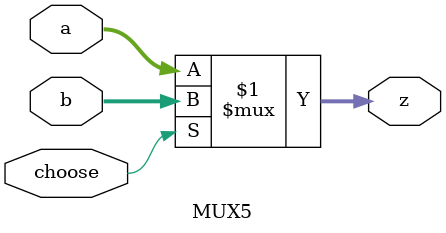
<source format=v>
`timescale 1ns / 1ps


module MUX5(
    input [4:0]a,
    input [4:0]b,
    input choose,
    output [4:0]z
    );
    assign z= choose ? b : a;

endmodule

</source>
